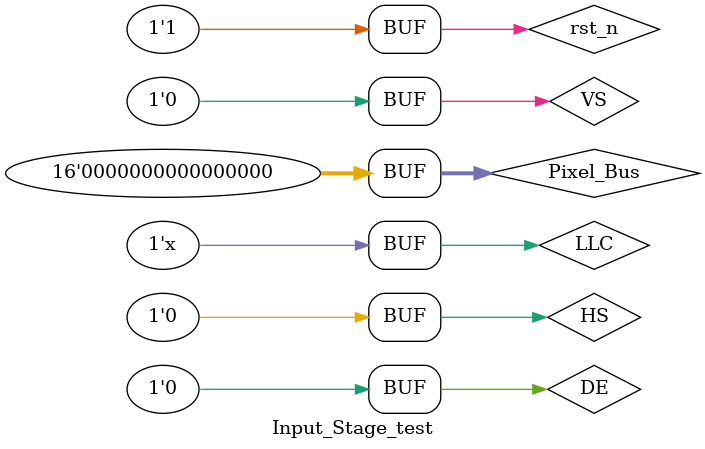
<source format=v>
`timescale 1ns / 1ps


module Input_Stage_test;

	// Inputs
	reg rst_n;
	reg [15:0] Pixel_Bus;
	reg HS;
	reg VS;
	reg DE;
	reg LLC;

	// Outputs
	wire [31:0] data;
	wire [20:0] counter;

	// Instantiate the Unit Under Test (UUT)
	Input_Stage uut (
		.rst_n(rst_n), 
		.Pixel_Bus(Pixel_Bus), 
		.HS(HS), 
		.VS(VS), 
		.DE(DE), 
		.LLC(LLC), 
		.data(data), 
		.counter(counter)
	);

	initial begin
		// Initialize Inputs
		rst_n = 1;
		Pixel_Bus = 0;
		HS = 0;
		VS = 0;
		DE = 0;
		LLC = 0;

		// Wait 100 ns for global reset to finish
		#100;
      rst_n = 0;
		// Add stimulus here
      #100;
		rst_n = 1;
		#120;
		VS = 1;
		#4000;
		DE = 1;
		#25600;
		DE = 0;
		#4000;
		VS = 0;
	end
    
	 always #20 LLC =~LLC;
	 
endmodule


</source>
